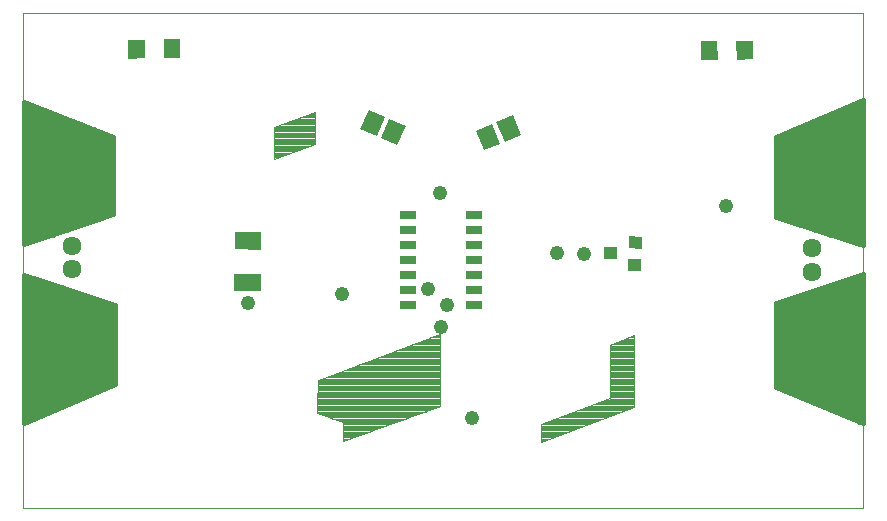
<source format=gts>
G75*
%MOIN*%
%OFA0B0*%
%FSLAX25Y25*%
%IPPOS*%
%LPD*%
%AMOC8*
5,1,8,0,0,1.08239X$1,22.5*
%
%ADD10C,0.00394*%
%ADD11C,0.01600*%
%ADD12R,0.05800X0.08910*%
%ADD13R,0.05524X0.06312*%
%ADD14R,0.03950X0.04343*%
%ADD15R,0.05918X0.07099*%
%ADD16R,0.05524X0.03162*%
%ADD17C,0.22300*%
%ADD18C,0.06343*%
%ADD19C,0.04762*%
D10*
X0013034Y0012996D02*
X0293034Y0012996D01*
X0293034Y0177996D01*
X0013034Y0177996D01*
X0013034Y0012996D01*
X0111169Y0044657D02*
X0119758Y0041544D01*
X0119808Y0035249D01*
X0152257Y0046914D01*
X0152061Y0071125D01*
X0113307Y0056268D01*
X0111380Y0055674D01*
X0111169Y0044657D01*
X0111171Y0044765D02*
X0146279Y0044765D01*
X0145188Y0044373D02*
X0111953Y0044373D01*
X0111178Y0045157D02*
X0147370Y0045157D01*
X0148461Y0045549D02*
X0111186Y0045549D01*
X0111193Y0045942D02*
X0149552Y0045942D01*
X0150643Y0046334D02*
X0111201Y0046334D01*
X0111208Y0046726D02*
X0151734Y0046726D01*
X0152255Y0047118D02*
X0111216Y0047118D01*
X0111223Y0047510D02*
X0152252Y0047510D01*
X0152249Y0047903D02*
X0111231Y0047903D01*
X0111238Y0048295D02*
X0152246Y0048295D01*
X0152242Y0048687D02*
X0111246Y0048687D01*
X0111253Y0049079D02*
X0152239Y0049079D01*
X0152236Y0049471D02*
X0111261Y0049471D01*
X0111268Y0049864D02*
X0152233Y0049864D01*
X0152230Y0050256D02*
X0111276Y0050256D01*
X0111283Y0050648D02*
X0152227Y0050648D01*
X0152223Y0051040D02*
X0111291Y0051040D01*
X0111298Y0051433D02*
X0152220Y0051433D01*
X0152217Y0051825D02*
X0111306Y0051825D01*
X0111313Y0052217D02*
X0152214Y0052217D01*
X0152211Y0052609D02*
X0111321Y0052609D01*
X0111328Y0053001D02*
X0152208Y0053001D01*
X0152204Y0053394D02*
X0111336Y0053394D01*
X0111343Y0053786D02*
X0152201Y0053786D01*
X0152198Y0054178D02*
X0111351Y0054178D01*
X0111358Y0054570D02*
X0152195Y0054570D01*
X0152192Y0054962D02*
X0111366Y0054962D01*
X0111374Y0055355D02*
X0152189Y0055355D01*
X0152185Y0055747D02*
X0111617Y0055747D01*
X0112890Y0056139D02*
X0152182Y0056139D01*
X0152179Y0056531D02*
X0113994Y0056531D01*
X0115017Y0056923D02*
X0152176Y0056923D01*
X0152173Y0057316D02*
X0116041Y0057316D01*
X0117064Y0057708D02*
X0152170Y0057708D01*
X0152166Y0058100D02*
X0118087Y0058100D01*
X0119110Y0058492D02*
X0152163Y0058492D01*
X0152160Y0058885D02*
X0120133Y0058885D01*
X0121156Y0059277D02*
X0152157Y0059277D01*
X0152154Y0059669D02*
X0122179Y0059669D01*
X0123202Y0060061D02*
X0152151Y0060061D01*
X0152147Y0060453D02*
X0124225Y0060453D01*
X0125248Y0060846D02*
X0152144Y0060846D01*
X0152141Y0061238D02*
X0126271Y0061238D01*
X0127294Y0061630D02*
X0152138Y0061630D01*
X0152135Y0062022D02*
X0128317Y0062022D01*
X0129340Y0062414D02*
X0152132Y0062414D01*
X0152128Y0062807D02*
X0130363Y0062807D01*
X0131386Y0063199D02*
X0152125Y0063199D01*
X0152122Y0063591D02*
X0132409Y0063591D01*
X0133432Y0063983D02*
X0152119Y0063983D01*
X0152116Y0064376D02*
X0134455Y0064376D01*
X0135478Y0064768D02*
X0152113Y0064768D01*
X0152110Y0065160D02*
X0136501Y0065160D01*
X0137524Y0065552D02*
X0152106Y0065552D01*
X0152103Y0065944D02*
X0138547Y0065944D01*
X0139571Y0066337D02*
X0152100Y0066337D01*
X0152097Y0066729D02*
X0140594Y0066729D01*
X0141617Y0067121D02*
X0152094Y0067121D01*
X0152091Y0067513D02*
X0142640Y0067513D01*
X0143663Y0067905D02*
X0152087Y0067905D01*
X0152084Y0068298D02*
X0144686Y0068298D01*
X0145709Y0068690D02*
X0152081Y0068690D01*
X0152078Y0069082D02*
X0146732Y0069082D01*
X0147755Y0069474D02*
X0152075Y0069474D01*
X0152072Y0069866D02*
X0148778Y0069866D01*
X0149801Y0070259D02*
X0152068Y0070259D01*
X0152065Y0070651D02*
X0150824Y0070651D01*
X0151847Y0071043D02*
X0152062Y0071043D01*
X0194965Y0044373D02*
X0210466Y0044373D01*
X0211490Y0044765D02*
X0196017Y0044765D01*
X0197070Y0045157D02*
X0212515Y0045157D01*
X0213540Y0045549D02*
X0198122Y0045549D01*
X0199175Y0045942D02*
X0214565Y0045942D01*
X0215590Y0046334D02*
X0200228Y0046334D01*
X0201280Y0046726D02*
X0216615Y0046726D01*
X0216647Y0046738D02*
X0216747Y0070648D01*
X0208694Y0067262D01*
X0208736Y0067218D01*
X0208831Y0049540D01*
X0185813Y0040963D01*
X0185715Y0034900D01*
X0216647Y0046738D01*
X0216649Y0047118D02*
X0202333Y0047118D01*
X0203385Y0047510D02*
X0216650Y0047510D01*
X0216652Y0047903D02*
X0204438Y0047903D01*
X0205490Y0048295D02*
X0216654Y0048295D01*
X0216655Y0048687D02*
X0206543Y0048687D01*
X0207595Y0049079D02*
X0216657Y0049079D01*
X0216659Y0049471D02*
X0208648Y0049471D01*
X0208829Y0049864D02*
X0216660Y0049864D01*
X0216662Y0050256D02*
X0208827Y0050256D01*
X0208825Y0050648D02*
X0216664Y0050648D01*
X0216665Y0051040D02*
X0208823Y0051040D01*
X0208821Y0051433D02*
X0216667Y0051433D01*
X0216668Y0051825D02*
X0208819Y0051825D01*
X0208817Y0052217D02*
X0216670Y0052217D01*
X0216672Y0052609D02*
X0208814Y0052609D01*
X0208812Y0053001D02*
X0216673Y0053001D01*
X0216675Y0053394D02*
X0208810Y0053394D01*
X0208808Y0053786D02*
X0216677Y0053786D01*
X0216678Y0054178D02*
X0208806Y0054178D01*
X0208804Y0054570D02*
X0216680Y0054570D01*
X0216682Y0054962D02*
X0208802Y0054962D01*
X0208800Y0055355D02*
X0216683Y0055355D01*
X0216685Y0055747D02*
X0208798Y0055747D01*
X0208796Y0056139D02*
X0216686Y0056139D01*
X0216688Y0056531D02*
X0208794Y0056531D01*
X0208791Y0056923D02*
X0216690Y0056923D01*
X0216691Y0057316D02*
X0208789Y0057316D01*
X0208787Y0057708D02*
X0216693Y0057708D01*
X0216695Y0058100D02*
X0208785Y0058100D01*
X0208783Y0058492D02*
X0216696Y0058492D01*
X0216698Y0058885D02*
X0208781Y0058885D01*
X0208779Y0059277D02*
X0216700Y0059277D01*
X0216701Y0059669D02*
X0208777Y0059669D01*
X0208775Y0060061D02*
X0216703Y0060061D01*
X0216705Y0060453D02*
X0208773Y0060453D01*
X0208770Y0060846D02*
X0216706Y0060846D01*
X0216708Y0061238D02*
X0208768Y0061238D01*
X0208766Y0061630D02*
X0216709Y0061630D01*
X0216711Y0062022D02*
X0208764Y0062022D01*
X0208762Y0062414D02*
X0216713Y0062414D01*
X0216714Y0062807D02*
X0208760Y0062807D01*
X0208758Y0063199D02*
X0216716Y0063199D01*
X0216718Y0063591D02*
X0208756Y0063591D01*
X0208754Y0063983D02*
X0216719Y0063983D01*
X0216721Y0064376D02*
X0208752Y0064376D01*
X0208749Y0064768D02*
X0216723Y0064768D01*
X0216724Y0065160D02*
X0208747Y0065160D01*
X0208745Y0065552D02*
X0216726Y0065552D01*
X0216727Y0065944D02*
X0208743Y0065944D01*
X0208741Y0066337D02*
X0216729Y0066337D01*
X0216731Y0066729D02*
X0208739Y0066729D01*
X0208737Y0067121D02*
X0216732Y0067121D01*
X0216734Y0067513D02*
X0209290Y0067513D01*
X0210223Y0067905D02*
X0216736Y0067905D01*
X0216737Y0068298D02*
X0211156Y0068298D01*
X0212089Y0068690D02*
X0216739Y0068690D01*
X0216741Y0069082D02*
X0213022Y0069082D01*
X0213955Y0069474D02*
X0216742Y0069474D01*
X0216744Y0069866D02*
X0214888Y0069866D01*
X0215821Y0070259D02*
X0216746Y0070259D01*
X0209441Y0043980D02*
X0193912Y0043980D01*
X0192860Y0043588D02*
X0208416Y0043588D01*
X0207391Y0043196D02*
X0191807Y0043196D01*
X0190755Y0042804D02*
X0206366Y0042804D01*
X0205341Y0042412D02*
X0189702Y0042412D01*
X0188649Y0042019D02*
X0204317Y0042019D01*
X0203292Y0041627D02*
X0187597Y0041627D01*
X0186544Y0041235D02*
X0202267Y0041235D01*
X0201242Y0040843D02*
X0185811Y0040843D01*
X0185805Y0040451D02*
X0200217Y0040451D01*
X0199192Y0040058D02*
X0185798Y0040058D01*
X0185792Y0039666D02*
X0198167Y0039666D01*
X0197143Y0039274D02*
X0185786Y0039274D01*
X0185779Y0038882D02*
X0196118Y0038882D01*
X0195093Y0038490D02*
X0185773Y0038490D01*
X0185767Y0038097D02*
X0194068Y0038097D01*
X0193043Y0037705D02*
X0185760Y0037705D01*
X0185754Y0037313D02*
X0192018Y0037313D01*
X0190994Y0036921D02*
X0185748Y0036921D01*
X0185741Y0036528D02*
X0189969Y0036528D01*
X0188944Y0036136D02*
X0185735Y0036136D01*
X0185729Y0035744D02*
X0187919Y0035744D01*
X0186894Y0035352D02*
X0185722Y0035352D01*
X0185716Y0034960D02*
X0185869Y0034960D01*
X0144097Y0043980D02*
X0113035Y0043980D01*
X0114117Y0043588D02*
X0143006Y0043588D01*
X0141915Y0043196D02*
X0115199Y0043196D01*
X0116282Y0042804D02*
X0140824Y0042804D01*
X0139733Y0042412D02*
X0117364Y0042412D01*
X0118446Y0042019D02*
X0138642Y0042019D01*
X0137551Y0041627D02*
X0119528Y0041627D01*
X0119761Y0041235D02*
X0136460Y0041235D01*
X0135369Y0040843D02*
X0119764Y0040843D01*
X0119767Y0040451D02*
X0134278Y0040451D01*
X0133187Y0040058D02*
X0119770Y0040058D01*
X0119773Y0039666D02*
X0132096Y0039666D01*
X0131005Y0039274D02*
X0119776Y0039274D01*
X0119779Y0038882D02*
X0129914Y0038882D01*
X0128823Y0038490D02*
X0119782Y0038490D01*
X0119785Y0038097D02*
X0127732Y0038097D01*
X0126641Y0037705D02*
X0119789Y0037705D01*
X0119792Y0037313D02*
X0125550Y0037313D01*
X0124459Y0036921D02*
X0119795Y0036921D01*
X0119798Y0036528D02*
X0123368Y0036528D01*
X0122277Y0036136D02*
X0119801Y0036136D01*
X0119804Y0035744D02*
X0121186Y0035744D01*
X0120095Y0035352D02*
X0119807Y0035352D01*
X0096793Y0129439D02*
X0110402Y0134255D01*
X0110417Y0145048D01*
X0096837Y0139919D01*
X0096852Y0139934D01*
X0096833Y0139968D01*
X0096793Y0129439D01*
X0096793Y0129483D02*
X0096915Y0129483D01*
X0096794Y0129875D02*
X0098024Y0129875D01*
X0099132Y0130267D02*
X0096796Y0130267D01*
X0096797Y0130659D02*
X0100241Y0130659D01*
X0101349Y0131052D02*
X0096799Y0131052D01*
X0096800Y0131444D02*
X0102458Y0131444D01*
X0103566Y0131836D02*
X0096802Y0131836D01*
X0096803Y0132228D02*
X0104675Y0132228D01*
X0105784Y0132620D02*
X0096805Y0132620D01*
X0096806Y0133013D02*
X0106892Y0133013D01*
X0108001Y0133405D02*
X0096808Y0133405D01*
X0096809Y0133797D02*
X0109109Y0133797D01*
X0110218Y0134189D02*
X0096811Y0134189D01*
X0096812Y0134581D02*
X0110403Y0134581D01*
X0110403Y0134974D02*
X0096814Y0134974D01*
X0096815Y0135366D02*
X0110404Y0135366D01*
X0110404Y0135758D02*
X0096817Y0135758D01*
X0096818Y0136150D02*
X0110405Y0136150D01*
X0110405Y0136543D02*
X0096820Y0136543D01*
X0096821Y0136935D02*
X0110406Y0136935D01*
X0110406Y0137327D02*
X0096823Y0137327D01*
X0096824Y0137719D02*
X0110407Y0137719D01*
X0110407Y0138111D02*
X0096826Y0138111D01*
X0096827Y0138504D02*
X0110408Y0138504D01*
X0110409Y0138896D02*
X0096829Y0138896D01*
X0096830Y0139288D02*
X0110409Y0139288D01*
X0110410Y0139680D02*
X0096832Y0139680D01*
X0097243Y0140072D02*
X0110410Y0140072D01*
X0110411Y0140465D02*
X0098281Y0140465D01*
X0099320Y0140857D02*
X0110411Y0140857D01*
X0110412Y0141249D02*
X0100358Y0141249D01*
X0101397Y0141641D02*
X0110412Y0141641D01*
X0110413Y0142034D02*
X0102436Y0142034D01*
X0103474Y0142426D02*
X0110413Y0142426D01*
X0110414Y0142818D02*
X0104513Y0142818D01*
X0105551Y0143210D02*
X0110414Y0143210D01*
X0110415Y0143602D02*
X0106590Y0143602D01*
X0107628Y0143995D02*
X0110416Y0143995D01*
X0110416Y0144387D02*
X0108667Y0144387D01*
X0109706Y0144779D02*
X0110417Y0144779D01*
D11*
X0043180Y0136783D02*
X0043110Y0110844D01*
X0013470Y0100897D01*
X0013417Y0145915D01*
X0013334Y0148188D01*
X0043180Y0136783D01*
X0043178Y0136081D02*
X0013429Y0136081D01*
X0013431Y0134483D02*
X0043173Y0134483D01*
X0043169Y0132884D02*
X0013432Y0132884D01*
X0013434Y0131286D02*
X0043165Y0131286D01*
X0043161Y0129687D02*
X0013436Y0129687D01*
X0013438Y0128089D02*
X0043156Y0128089D01*
X0043152Y0126490D02*
X0013440Y0126490D01*
X0013442Y0124892D02*
X0043148Y0124892D01*
X0043144Y0123293D02*
X0013444Y0123293D01*
X0013446Y0121695D02*
X0043139Y0121695D01*
X0043135Y0120096D02*
X0013448Y0120096D01*
X0013449Y0118497D02*
X0043131Y0118497D01*
X0043126Y0116899D02*
X0013451Y0116899D01*
X0013453Y0115300D02*
X0043122Y0115300D01*
X0043118Y0113702D02*
X0013455Y0113702D01*
X0013457Y0112103D02*
X0043114Y0112103D01*
X0042099Y0110505D02*
X0013459Y0110505D01*
X0013461Y0108906D02*
X0037336Y0108906D01*
X0032573Y0107308D02*
X0013463Y0107308D01*
X0013465Y0105709D02*
X0027810Y0105709D01*
X0023048Y0104111D02*
X0013467Y0104111D01*
X0013468Y0102512D02*
X0018285Y0102512D01*
X0013522Y0100914D02*
X0013470Y0100914D01*
X0013381Y0090801D02*
X0013318Y0090630D01*
X0013310Y0041316D01*
X0043754Y0054480D01*
X0043736Y0080631D01*
X0013381Y0090801D01*
X0013318Y0089724D02*
X0016595Y0089724D01*
X0013318Y0088126D02*
X0021366Y0088126D01*
X0026137Y0086527D02*
X0013317Y0086527D01*
X0013317Y0084929D02*
X0030908Y0084929D01*
X0035679Y0083330D02*
X0013317Y0083330D01*
X0013317Y0081732D02*
X0040450Y0081732D01*
X0043736Y0080133D02*
X0013316Y0080133D01*
X0013316Y0078535D02*
X0043738Y0078535D01*
X0043739Y0076936D02*
X0013316Y0076936D01*
X0013315Y0075338D02*
X0043740Y0075338D01*
X0043741Y0073739D02*
X0013315Y0073739D01*
X0013315Y0072141D02*
X0043742Y0072141D01*
X0043743Y0070542D02*
X0013315Y0070542D01*
X0013314Y0068944D02*
X0043744Y0068944D01*
X0043745Y0067345D02*
X0013314Y0067345D01*
X0013314Y0065747D02*
X0043746Y0065747D01*
X0043747Y0064148D02*
X0013314Y0064148D01*
X0013313Y0062550D02*
X0043749Y0062550D01*
X0043750Y0060951D02*
X0013313Y0060951D01*
X0013313Y0059353D02*
X0043751Y0059353D01*
X0043752Y0057754D02*
X0013312Y0057754D01*
X0013312Y0056156D02*
X0043753Y0056156D01*
X0043754Y0054557D02*
X0013312Y0054557D01*
X0013312Y0052959D02*
X0040236Y0052959D01*
X0036539Y0051360D02*
X0013311Y0051360D01*
X0013311Y0049761D02*
X0032842Y0049761D01*
X0029145Y0048163D02*
X0013311Y0048163D01*
X0013311Y0046564D02*
X0025448Y0046564D01*
X0021751Y0044966D02*
X0013310Y0044966D01*
X0013310Y0043367D02*
X0018054Y0043367D01*
X0014357Y0041769D02*
X0013310Y0041769D01*
X0013427Y0137680D02*
X0040833Y0137680D01*
X0036650Y0139278D02*
X0013425Y0139278D01*
X0013423Y0140877D02*
X0032467Y0140877D01*
X0028284Y0142475D02*
X0013421Y0142475D01*
X0013419Y0144074D02*
X0024101Y0144074D01*
X0019918Y0145672D02*
X0013417Y0145672D01*
X0013367Y0147271D02*
X0015735Y0147271D01*
X0264020Y0136661D02*
X0264097Y0109925D01*
X0293216Y0100524D01*
X0293062Y0148835D01*
X0293139Y0148912D01*
X0264020Y0136661D01*
X0264021Y0136081D02*
X0293103Y0136081D01*
X0293108Y0134483D02*
X0264026Y0134483D01*
X0264030Y0132884D02*
X0293113Y0132884D01*
X0293118Y0131286D02*
X0264035Y0131286D01*
X0264040Y0129687D02*
X0293123Y0129687D01*
X0293129Y0128089D02*
X0264044Y0128089D01*
X0264049Y0126490D02*
X0293134Y0126490D01*
X0293139Y0124892D02*
X0264053Y0124892D01*
X0264058Y0123293D02*
X0293144Y0123293D01*
X0293149Y0121695D02*
X0264063Y0121695D01*
X0264067Y0120096D02*
X0293154Y0120096D01*
X0293159Y0118497D02*
X0264072Y0118497D01*
X0264076Y0116899D02*
X0293164Y0116899D01*
X0293169Y0115300D02*
X0264081Y0115300D01*
X0264086Y0113702D02*
X0293174Y0113702D01*
X0293179Y0112103D02*
X0264090Y0112103D01*
X0264095Y0110505D02*
X0293185Y0110505D01*
X0293190Y0108906D02*
X0267251Y0108906D01*
X0272202Y0107308D02*
X0293195Y0107308D01*
X0293200Y0105709D02*
X0277154Y0105709D01*
X0282106Y0104111D02*
X0293205Y0104111D01*
X0293210Y0102512D02*
X0287058Y0102512D01*
X0292010Y0100914D02*
X0293215Y0100914D01*
X0293216Y0090893D02*
X0293139Y0090816D01*
X0293062Y0041273D01*
X0264097Y0053370D01*
X0264174Y0081185D01*
X0293216Y0090893D01*
X0293138Y0089724D02*
X0289720Y0089724D01*
X0293135Y0088126D02*
X0284937Y0088126D01*
X0280155Y0086527D02*
X0293133Y0086527D01*
X0293130Y0084929D02*
X0275373Y0084929D01*
X0270591Y0083330D02*
X0293128Y0083330D01*
X0293125Y0081732D02*
X0265809Y0081732D01*
X0264171Y0080133D02*
X0293123Y0080133D01*
X0293120Y0078535D02*
X0264166Y0078535D01*
X0264162Y0076936D02*
X0293118Y0076936D01*
X0293115Y0075338D02*
X0264157Y0075338D01*
X0264153Y0073739D02*
X0293113Y0073739D01*
X0293110Y0072141D02*
X0264149Y0072141D01*
X0264144Y0070542D02*
X0293108Y0070542D01*
X0293105Y0068944D02*
X0264140Y0068944D01*
X0264135Y0067345D02*
X0293103Y0067345D01*
X0293100Y0065747D02*
X0264131Y0065747D01*
X0264126Y0064148D02*
X0293098Y0064148D01*
X0293095Y0062550D02*
X0264122Y0062550D01*
X0264118Y0060951D02*
X0293093Y0060951D01*
X0293090Y0059353D02*
X0264113Y0059353D01*
X0264109Y0057754D02*
X0293088Y0057754D01*
X0293085Y0056156D02*
X0264104Y0056156D01*
X0264100Y0054557D02*
X0293083Y0054557D01*
X0293080Y0052959D02*
X0265082Y0052959D01*
X0268909Y0051360D02*
X0293078Y0051360D01*
X0293076Y0049761D02*
X0272737Y0049761D01*
X0276564Y0048163D02*
X0293073Y0048163D01*
X0293071Y0046564D02*
X0280392Y0046564D01*
X0284220Y0044966D02*
X0293068Y0044966D01*
X0293066Y0043367D02*
X0288047Y0043367D01*
X0291875Y0041769D02*
X0293063Y0041769D01*
X0293098Y0137680D02*
X0266441Y0137680D01*
X0270241Y0139278D02*
X0293093Y0139278D01*
X0293088Y0140877D02*
X0274040Y0140877D01*
X0277840Y0142475D02*
X0293083Y0142475D01*
X0293078Y0144074D02*
X0281639Y0144074D01*
X0285439Y0145672D02*
X0293072Y0145672D01*
X0293067Y0147271D02*
X0289239Y0147271D01*
X0293038Y0148869D02*
X0293097Y0148869D01*
D12*
G36*
X0083651Y0099177D02*
X0083702Y0104976D01*
X0092611Y0104899D01*
X0092560Y0099100D01*
X0083651Y0099177D01*
G37*
G36*
X0083531Y0085358D02*
X0083582Y0091157D01*
X0092491Y0091080D01*
X0092440Y0085281D01*
X0083531Y0085358D01*
G37*
D13*
G36*
X0059987Y0169208D02*
X0065509Y0169266D01*
X0065575Y0162956D01*
X0060053Y0162898D01*
X0059987Y0169208D01*
G37*
G36*
X0048177Y0169085D02*
X0053699Y0169143D01*
X0053765Y0162833D01*
X0048243Y0162775D01*
X0048177Y0169085D01*
G37*
G36*
X0244711Y0162342D02*
X0239189Y0162265D01*
X0239101Y0168576D01*
X0244623Y0168653D01*
X0244711Y0162342D01*
G37*
G36*
X0256520Y0162507D02*
X0250998Y0162430D01*
X0250910Y0168741D01*
X0256432Y0168818D01*
X0256520Y0162507D01*
G37*
D14*
G36*
X0219550Y0103331D02*
X0219391Y0099385D01*
X0215054Y0099559D01*
X0215213Y0103505D01*
X0219550Y0103331D01*
G37*
G36*
X0211139Y0099926D02*
X0210980Y0095980D01*
X0206643Y0096154D01*
X0206802Y0100100D01*
X0211139Y0099926D01*
G37*
G36*
X0219250Y0095857D02*
X0219091Y0091911D01*
X0214754Y0092085D01*
X0214913Y0096031D01*
X0219250Y0095857D01*
G37*
D15*
G36*
X0164030Y0138685D02*
X0169468Y0141016D01*
X0172264Y0134493D01*
X0166826Y0132162D01*
X0164030Y0138685D01*
G37*
G36*
X0170906Y0141632D02*
X0176344Y0143963D01*
X0179140Y0137440D01*
X0173702Y0135109D01*
X0170906Y0141632D01*
G37*
G36*
X0135233Y0142771D02*
X0140667Y0140431D01*
X0137859Y0133913D01*
X0132425Y0136253D01*
X0135233Y0142771D01*
G37*
G36*
X0128363Y0145730D02*
X0133797Y0143390D01*
X0130989Y0136872D01*
X0125555Y0139212D01*
X0128363Y0145730D01*
G37*
D16*
X0141305Y0110616D03*
X0141305Y0105616D03*
X0141305Y0100616D03*
X0141305Y0095616D03*
X0141305Y0090616D03*
X0141305Y0085616D03*
X0141305Y0080616D03*
X0163352Y0080616D03*
X0163352Y0085616D03*
X0163352Y0090616D03*
X0163352Y0095616D03*
X0163352Y0100616D03*
X0163352Y0105616D03*
X0163352Y0110616D03*
D17*
X0276631Y0125207D03*
X0277113Y0068760D03*
X0029744Y0066680D03*
X0029449Y0124296D03*
D18*
X0029561Y0100415D03*
X0029561Y0092541D03*
X0276268Y0091703D03*
X0276268Y0099577D03*
D19*
X0247363Y0113776D03*
X0200142Y0097702D03*
X0191048Y0097912D03*
X0154491Y0080661D03*
X0148296Y0085876D03*
X0152483Y0073329D03*
X0119323Y0084194D03*
X0088034Y0081247D03*
X0152287Y0118023D03*
X0162765Y0042965D03*
M02*

</source>
